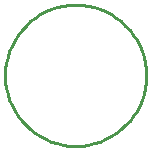
<source format=gbr>
G04 EAGLE Gerber RS-274X export*
G75*
%MOMM*%
%FSLAX34Y34*%
%LPD*%
%IN*%
%IPPOS*%
%AMOC8*
5,1,8,0,0,1.08239X$1,22.5*%
G01*
%ADD10C,0.254000*%


D10*
X0Y59690D02*
X227Y54488D01*
X907Y49325D01*
X2034Y44241D01*
X3600Y39275D01*
X5592Y34464D01*
X7997Y29845D01*
X10795Y25453D01*
X13965Y21322D01*
X17483Y17483D01*
X21322Y13965D01*
X25453Y10795D01*
X29845Y7997D01*
X34464Y5593D01*
X39275Y3600D01*
X44241Y2034D01*
X49325Y907D01*
X54488Y227D01*
X59690Y0D01*
X64892Y227D01*
X70055Y907D01*
X75139Y2034D01*
X80105Y3600D01*
X84916Y5593D01*
X89535Y7997D01*
X93927Y10795D01*
X98058Y13965D01*
X101897Y17483D01*
X105415Y21322D01*
X108585Y25453D01*
X111383Y29845D01*
X113787Y34464D01*
X115780Y39275D01*
X117346Y44241D01*
X118473Y49325D01*
X119153Y54488D01*
X119380Y59690D01*
X119153Y64892D01*
X118473Y70055D01*
X117346Y75139D01*
X115780Y80105D01*
X113788Y84916D01*
X111383Y89535D01*
X108585Y93927D01*
X105415Y98058D01*
X101897Y101897D01*
X98058Y105415D01*
X93927Y108585D01*
X89535Y111383D01*
X84916Y113788D01*
X80105Y115780D01*
X75139Y117346D01*
X70055Y118473D01*
X64892Y119153D01*
X59690Y119380D01*
X54488Y119153D01*
X49325Y118473D01*
X44241Y117346D01*
X39275Y115780D01*
X34464Y113788D01*
X29845Y111383D01*
X25453Y108585D01*
X21322Y105415D01*
X17483Y101897D01*
X13965Y98058D01*
X10795Y93927D01*
X7997Y89535D01*
X5592Y84916D01*
X3600Y80105D01*
X2034Y75139D01*
X907Y70055D01*
X227Y64892D01*
X0Y59690D01*
M02*

</source>
